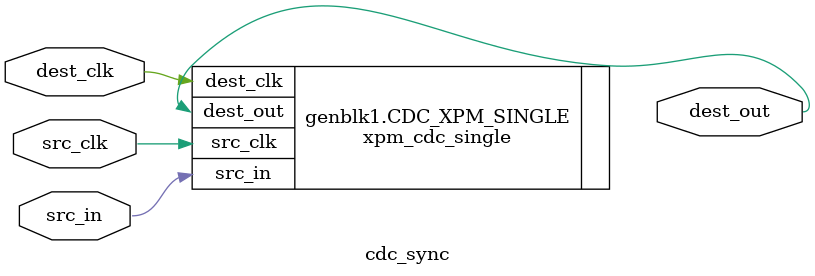
<source format=sv>




//=============================================================================
// Module
//=============================================================================
module cdc_sync
#(
  parameter WIDTH          = 1,
  parameter DEST_SYNC_FF   = 4,
  parameter INIT_SYNC_FF   = 0,
  parameter SIM_ASSERT_CHK = 0,
  parameter SRC_INPUT_REG  = 0
)
(
  input  logic              src_clk,
  input  logic [WIDTH-1:0]  src_in,

  input  logic              dest_clk,
  output logic [WIDTH-1:0]  dest_out
);

  generate

    if (WIDTH == 1)

      xpm_cdc_single
      #(
        .DEST_SYNC_FF       (DEST_SYNC_FF),
        .INIT_SYNC_FF       (INIT_SYNC_FF),
        .SIM_ASSERT_CHK     (SIM_ASSERT_CHK),
        .SRC_INPUT_REG      (SRC_INPUT_REG)
      )
      CDC_XPM_SINGLE
      (
        .src_clk            (src_clk),
        .src_in             (src_in),

        .dest_clk           (dest_clk),
        .dest_out           (dest_out)
      );

    else // >1

      xpm_cdc_array_single
      #(
        .DEST_SYNC_FF       (DEST_SYNC_FF),
        .INIT_SYNC_FF       (INIT_SYNC_FF),
        .SIM_ASSERT_CHK     (SIM_ASSERT_CHK),
        .SRC_INPUT_REG      (SRC_INPUT_REG),
        .WIDTH              (WIDTH)
      )
      CDC_XPM_MULTI
      (
        .src_clk            (src_clk),
        .src_in             (src_in),

        .dest_clk           (dest_clk),
        .dest_out           (dest_out)
      );

  endgenerate

endmodule   //cdc_sync

</source>
